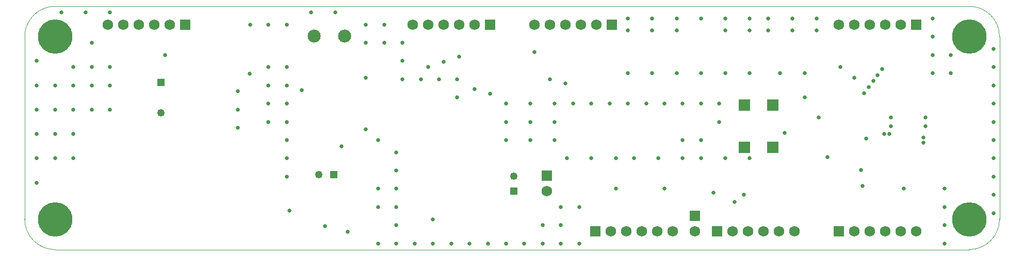
<source format=gbs>
G04*
G04 #@! TF.GenerationSoftware,Altium Limited,Altium Designer,23.8.1 (32)*
G04*
G04 Layer_Color=16711935*
%FSAX44Y44*%
%MOMM*%
G71*
G04*
G04 #@! TF.SameCoordinates,78110BDE-5C4C-41F2-AE8D-2B4B6642ACCE*
G04*
G04*
G04 #@! TF.FilePolarity,Negative*
G04*
G01*
G75*
%ADD70C,0.1000*%
%ADD107C,2.1500*%
%ADD108C,1.2500*%
%ADD109R,1.2500X1.2500*%
%ADD110R,1.2500X1.2500*%
%ADD111R,1.7500X1.7500*%
%ADD112C,1.7500*%
%ADD113R,1.8750X1.8750*%
%ADD114R,1.7500X1.7500*%
%ADD115C,5.6500*%
%ADD116C,0.6500*%
D70*
X01300000Y01850000D02*
G03*
X01350000Y01800000I00050000J00000000D01*
G01*
X02850000D02*
G03*
X02900000Y01850000I00000000J00050000D01*
G01*
X01350000Y02200000D02*
G03*
X01300000Y02150000I00000000J-00050000D01*
G01*
X02900000D02*
G03*
X02850000Y02200000I-00050000J00000000D01*
G01*
X01350000D02*
X02850000Y02200000D01*
X01300000Y01850000D02*
X01300000Y02150000D01*
X01350000Y01800000D02*
X02850000Y01800000D01*
X02900000Y02150000D02*
X02900000Y01850000D01*
D107*
X01825000Y02151000D02*
D03*
X01775000D02*
D03*
D108*
X01782500Y01923000D02*
D03*
X01524000Y02025000D02*
D03*
X02103000Y01921000D02*
D03*
D109*
X01807500Y01923000D02*
D03*
D110*
X01524000Y02075000D02*
D03*
X02103000Y01896000D02*
D03*
D111*
X02400000Y01855700D02*
D03*
X02157000Y01921400D02*
D03*
D112*
X02400000Y01830300D02*
D03*
X02563500Y01830000D02*
D03*
X02538100D02*
D03*
X02512700D02*
D03*
X02487300D02*
D03*
X02461900D02*
D03*
X02363500D02*
D03*
X02338100D02*
D03*
X02312700D02*
D03*
X02287300D02*
D03*
X02261900D02*
D03*
X02763500D02*
D03*
X02738100D02*
D03*
X02712700D02*
D03*
X02687300D02*
D03*
X02661900D02*
D03*
X02136500Y02170000D02*
D03*
X02161900D02*
D03*
X02187300D02*
D03*
X02212700D02*
D03*
X02238100D02*
D03*
X01436500D02*
D03*
X01461900D02*
D03*
X01487300D02*
D03*
X01512700D02*
D03*
X01538100D02*
D03*
X01936500D02*
D03*
X01961900D02*
D03*
X01987300D02*
D03*
X02012700D02*
D03*
X02038100D02*
D03*
X02636500D02*
D03*
X02661900D02*
D03*
X02687300D02*
D03*
X02712700D02*
D03*
X02738100D02*
D03*
X02157000Y01896000D02*
D03*
D113*
X02527413Y02037815D02*
D03*
Y01968501D02*
D03*
X02480817D02*
D03*
Y02037815D02*
D03*
D114*
X02436500Y01830000D02*
D03*
X02236500D02*
D03*
X02636500D02*
D03*
X02263500Y02170000D02*
D03*
X01563500D02*
D03*
X02063500D02*
D03*
X02763500D02*
D03*
D115*
X01350000Y01850000D02*
D03*
X02850000Y02150000D02*
D03*
Y01850000D02*
D03*
X01350000Y02150000D02*
D03*
D116*
X01530000Y02120000D02*
D03*
X01670000Y02170000D02*
D03*
X01700000D02*
D03*
X01730000D02*
D03*
X01820000Y01970000D02*
D03*
X01880000Y01980000D02*
D03*
X01970000Y01850000D02*
D03*
X02150000Y01840000D02*
D03*
X02210000Y01870000D02*
D03*
X02180000D02*
D03*
Y01840000D02*
D03*
X02270000Y01900000D02*
D03*
X02350000D02*
D03*
X02480000Y01890000D02*
D03*
X02810000Y01870000D02*
D03*
Y01900000D02*
D03*
Y01810000D02*
D03*
Y01840000D02*
D03*
X02890000Y01890000D02*
D03*
Y01860000D02*
D03*
Y01950000D02*
D03*
Y01920000D02*
D03*
Y02010000D02*
D03*
Y01980000D02*
D03*
Y02070000D02*
D03*
Y02040000D02*
D03*
Y02130000D02*
D03*
Y02100000D02*
D03*
X02790000Y02150000D02*
D03*
Y02180000D02*
D03*
X02820000Y02090000D02*
D03*
Y02120000D02*
D03*
X02790000Y02090000D02*
D03*
Y02120000D02*
D03*
X02580000Y02050000D02*
D03*
X02410000Y01980000D02*
D03*
X02380000D02*
D03*
X01890000Y02170000D02*
D03*
X01860000D02*
D03*
X01890000Y02140000D02*
D03*
X01860000D02*
D03*
X01920000Y02110000D02*
D03*
Y02140000D02*
D03*
Y02080000D02*
D03*
X01980000D02*
D03*
X01950000D02*
D03*
X02010000Y02050000D02*
D03*
Y02080000D02*
D03*
X01650000Y02060000D02*
D03*
Y02000000D02*
D03*
Y02030000D02*
D03*
X01700000Y02040000D02*
D03*
Y02010000D02*
D03*
Y02070000D02*
D03*
Y02100000D02*
D03*
X01730000Y02070000D02*
D03*
Y02100000D02*
D03*
Y01920000D02*
D03*
Y02010000D02*
D03*
Y02040000D02*
D03*
Y01950000D02*
D03*
Y01980000D02*
D03*
X01880000Y01870000D02*
D03*
Y01900000D02*
D03*
X01910000Y01960000D02*
D03*
Y01900000D02*
D03*
Y01930000D02*
D03*
X01910000Y01840000D02*
D03*
Y01870000D02*
D03*
Y01810000D02*
D03*
X01880000D02*
D03*
X01970000D02*
D03*
X01940000D02*
D03*
X02030000D02*
D03*
X02000000D02*
D03*
X02090000D02*
D03*
X02060000D02*
D03*
X02180000D02*
D03*
X02210000D02*
D03*
X02120000D02*
D03*
X02150000D02*
D03*
X02380000Y02040000D02*
D03*
X02410000D02*
D03*
X02320000D02*
D03*
X02350000D02*
D03*
X02260000D02*
D03*
X02290000D02*
D03*
X02230000D02*
D03*
X02200000D02*
D03*
X02440000Y02010000D02*
D03*
Y02040000D02*
D03*
X02410000Y01950000D02*
D03*
X02450000D02*
D03*
X02490000D02*
D03*
X02300000D02*
D03*
X02340000D02*
D03*
X02380000D02*
D03*
X02190000D02*
D03*
X02230000D02*
D03*
X02270000D02*
D03*
X02090000Y01980000D02*
D03*
X02130000D02*
D03*
X02170000D02*
D03*
X02090000Y02010000D02*
D03*
X02130000D02*
D03*
X02170000D02*
D03*
X02090000Y02040000D02*
D03*
X02130000D02*
D03*
X02170000D02*
D03*
X02540000Y02090000D02*
D03*
X02580000D02*
D03*
X02410000D02*
D03*
X02450000D02*
D03*
X02490000D02*
D03*
X02290000D02*
D03*
X02330000D02*
D03*
X02370000D02*
D03*
X02290000Y02160000D02*
D03*
X02330000D02*
D03*
X02370000D02*
D03*
X02450000D02*
D03*
X02490000D02*
D03*
X02520000D02*
D03*
X02560000D02*
D03*
X02600000D02*
D03*
X02520000Y02180000D02*
D03*
X02560000D02*
D03*
X02600000D02*
D03*
X02410000D02*
D03*
X02450000D02*
D03*
X02490000D02*
D03*
X02290000D02*
D03*
X02330000D02*
D03*
X02370000D02*
D03*
X01770000Y02190000D02*
D03*
X01810000D02*
D03*
X01440000D02*
D03*
X01400000D02*
D03*
X01360000D02*
D03*
X01380000Y02100000D02*
D03*
X01410000Y02140000D02*
D03*
Y02100000D02*
D03*
X01440000D02*
D03*
X01410000Y02070000D02*
D03*
Y02030000D02*
D03*
X01440000Y02070000D02*
D03*
Y02030000D02*
D03*
X01380000Y01950000D02*
D03*
Y01990000D02*
D03*
Y02030000D02*
D03*
Y02070000D02*
D03*
X01350000Y01950000D02*
D03*
Y01990000D02*
D03*
Y02030000D02*
D03*
Y02070000D02*
D03*
X01320000Y01910000D02*
D03*
Y02110000D02*
D03*
Y02070000D02*
D03*
Y02030000D02*
D03*
Y01990000D02*
D03*
Y01950000D02*
D03*
X02547000Y01991750D02*
D03*
X02617500Y01951750D02*
D03*
X02430500Y01893250D02*
D03*
X02722000Y02017500D02*
D03*
Y02002500D02*
D03*
X02464750Y01878500D02*
D03*
X02674750Y01904750D02*
D03*
X02681250Y01982500D02*
D03*
X02672500Y01930750D02*
D03*
X02063500Y02056000D02*
D03*
X02038250Y02063500D02*
D03*
X02012750Y02116750D02*
D03*
X02710500Y01989990D02*
D03*
X02719500D02*
D03*
X02187250Y02073250D02*
D03*
X02136500Y02124750D02*
D03*
X02677500Y02057000D02*
D03*
X02161900Y02080000D02*
D03*
X02774750Y01975500D02*
D03*
Y01984500D02*
D03*
X02603000Y02017500D02*
D03*
X01961891Y02100553D02*
D03*
X02638500Y02100500D02*
D03*
X01987250Y02108250D02*
D03*
X02685000Y02067000D02*
D03*
X02692500Y02077000D02*
D03*
X02700000Y02087000D02*
D03*
X02707500Y02097000D02*
D03*
X02661750Y02082500D02*
D03*
X02778750Y02002500D02*
D03*
X02778750Y02017500D02*
D03*
X02742750Y01900000D02*
D03*
X01669500Y02089500D02*
D03*
X01830500Y01829500D02*
D03*
X01734050Y01864300D02*
D03*
X01793000Y01838500D02*
D03*
X01860000Y02082500D02*
D03*
Y01997500D02*
D03*
X01755000Y02062500D02*
D03*
M02*

</source>
